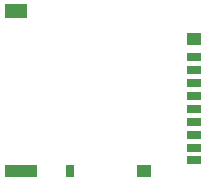
<source format=gbr>
%TF.GenerationSoftware,KiCad,Pcbnew,9.0.0*%
%TF.CreationDate,2025-04-18T01:08:42+10:00*%
%TF.ProjectId,Teensy_4.1_attempt_1,5465656e-7379-45f3-942e-315f61747465,rev?*%
%TF.SameCoordinates,Original*%
%TF.FileFunction,Paste,Bot*%
%TF.FilePolarity,Positive*%
%FSLAX46Y46*%
G04 Gerber Fmt 4.6, Leading zero omitted, Abs format (unit mm)*
G04 Created by KiCad (PCBNEW 9.0.0) date 2025-04-18 01:08:42*
%MOMM*%
%LPD*%
G01*
G04 APERTURE LIST*
%ADD10R,1.200000X0.700000*%
%ADD11R,0.800000X1.000000*%
%ADD12R,2.800000X1.000000*%
%ADD13R,1.200000X1.000000*%
%ADD14R,1.900000X1.300000*%
G04 APERTURE END LIST*
D10*
%TO.C,J8*%
X131890000Y-73710000D03*
X131890000Y-74810000D03*
X131890000Y-75910000D03*
X131890000Y-77010000D03*
X131890000Y-78110000D03*
X131890000Y-79210000D03*
X131890000Y-80310000D03*
X131890000Y-81410000D03*
X131890000Y-82360000D03*
D11*
X121390000Y-83310000D03*
D12*
X117240000Y-83310000D03*
D13*
X127590000Y-83310000D03*
X131890000Y-72160000D03*
D14*
X116790000Y-69810000D03*
%TD*%
M02*

</source>
